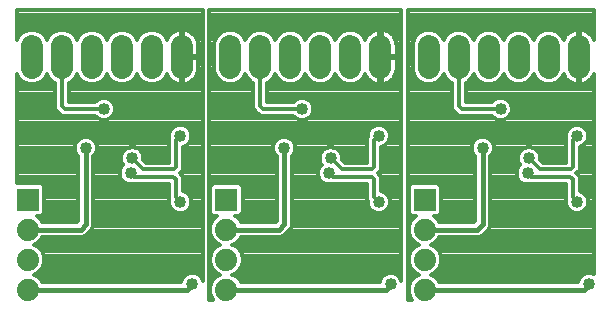
<source format=gbl>
G75*
%MOIN*%
%OFA0B0*%
%FSLAX24Y24*%
%IPPOS*%
%LPD*%
%AMOC8*
5,1,8,0,0,1.08239X$1,22.5*
%
%ADD10C,0.0740*%
%ADD11R,0.0740X0.0740*%
%ADD12C,0.0740*%
%ADD13C,0.0140*%
%ADD14C,0.0400*%
%ADD15C,0.0160*%
%ADD16C,0.0120*%
D10*
X000905Y008538D02*
X000905Y009278D01*
X001905Y009278D02*
X001905Y008538D01*
X002905Y008538D02*
X002905Y009278D01*
X003905Y009278D02*
X003905Y008538D01*
X004905Y008538D02*
X004905Y009278D01*
X005905Y009278D02*
X005905Y008538D01*
X007520Y008538D02*
X007520Y009278D01*
X008520Y009278D02*
X008520Y008538D01*
X009520Y008538D02*
X009520Y009278D01*
X010520Y009278D02*
X010520Y008538D01*
X011520Y008538D02*
X011520Y009278D01*
X012520Y009278D02*
X012520Y008538D01*
X014134Y008538D02*
X014134Y009278D01*
X015134Y009278D02*
X015134Y008538D01*
X016134Y008538D02*
X016134Y009278D01*
X017134Y009278D02*
X017134Y008538D01*
X018134Y008538D02*
X018134Y009278D01*
X019134Y009278D02*
X019134Y008538D01*
D11*
X014003Y004154D03*
X007389Y004154D03*
X000774Y004154D03*
D12*
X000774Y001154D03*
X000774Y002154D03*
X000774Y003154D03*
X007389Y003154D03*
X007389Y002154D03*
X007389Y001154D03*
X014003Y001154D03*
X014003Y002154D03*
X014003Y003154D03*
D13*
X013463Y003121D02*
X013432Y003121D01*
X013463Y003046D02*
X013545Y002848D01*
X013697Y002696D01*
X013799Y002654D01*
X013697Y002611D01*
X013545Y002459D01*
X013463Y002261D01*
X013463Y002046D01*
X013545Y001848D01*
X013697Y001696D01*
X013799Y001654D01*
X013697Y001611D01*
X013545Y001459D01*
X013463Y001261D01*
X013463Y001046D01*
X013545Y000848D01*
X013570Y000823D01*
X013432Y000823D01*
X013432Y010483D01*
X019637Y010483D01*
X019637Y009477D01*
X019634Y009485D01*
X019596Y009561D01*
X019546Y009630D01*
X019486Y009690D01*
X019417Y009740D01*
X019341Y009778D01*
X019260Y009805D01*
X019176Y009818D01*
X019174Y009818D01*
X019174Y008948D01*
X019094Y008948D01*
X019094Y009818D01*
X019091Y009818D01*
X019007Y009805D01*
X018927Y009778D01*
X018851Y009740D01*
X018782Y009690D01*
X018722Y009630D01*
X018545Y009630D01*
X018592Y009584D02*
X018440Y009736D01*
X018241Y009818D01*
X018026Y009818D01*
X017828Y009736D01*
X017676Y009584D01*
X017634Y009482D01*
X017592Y009584D01*
X017440Y009736D01*
X017241Y009818D01*
X017026Y009818D01*
X016828Y009736D01*
X016676Y009584D01*
X016634Y009482D01*
X016592Y009584D01*
X016440Y009736D01*
X016241Y009818D01*
X016026Y009818D01*
X015828Y009736D01*
X015676Y009584D01*
X015634Y009482D01*
X015592Y009584D01*
X015440Y009736D01*
X015241Y009818D01*
X015026Y009818D01*
X014828Y009736D01*
X014676Y009584D01*
X014634Y009482D01*
X014592Y009584D01*
X014440Y009736D01*
X014241Y009818D01*
X014026Y009818D01*
X013828Y009736D01*
X013676Y009584D01*
X013594Y009385D01*
X013594Y008430D01*
X013676Y008232D01*
X013828Y008080D01*
X014026Y007998D01*
X014241Y007998D01*
X014440Y008080D01*
X014592Y008232D01*
X014634Y008334D01*
X014676Y008232D01*
X014828Y008080D01*
X014902Y008049D01*
X014902Y007182D01*
X015037Y007048D01*
X015137Y006948D01*
X016239Y006948D01*
X016322Y006864D01*
X016458Y006808D01*
X016605Y006808D01*
X016741Y006864D01*
X016846Y006968D01*
X016902Y007104D01*
X016902Y007251D01*
X016846Y007387D01*
X016741Y007491D01*
X016605Y007548D01*
X016458Y007548D01*
X016322Y007491D01*
X016239Y007408D01*
X015362Y007408D01*
X015362Y008048D01*
X015440Y008080D01*
X015592Y008232D01*
X015634Y008334D01*
X015676Y008232D01*
X015828Y008080D01*
X016026Y007998D01*
X016241Y007998D01*
X016440Y008080D01*
X016592Y008232D01*
X016634Y008334D01*
X016676Y008232D01*
X016828Y008080D01*
X017026Y007998D01*
X017241Y007998D01*
X017440Y008080D01*
X017592Y008232D01*
X017634Y008334D01*
X017676Y008232D01*
X017828Y008080D01*
X018026Y007998D01*
X018241Y007998D01*
X018440Y008080D01*
X018592Y008232D01*
X018633Y008332D01*
X018633Y008331D01*
X018672Y008255D01*
X018722Y008186D01*
X018782Y008126D01*
X018851Y008076D01*
X018927Y008037D01*
X019007Y008011D01*
X019091Y007998D01*
X019094Y007998D01*
X019094Y008868D01*
X019174Y008868D01*
X019174Y007998D01*
X019176Y007998D01*
X019260Y008011D01*
X019341Y008037D01*
X019417Y008076D01*
X019486Y008126D01*
X019546Y008186D01*
X019596Y008255D01*
X019634Y008331D01*
X019637Y008339D01*
X019637Y001664D01*
X019555Y001698D01*
X019408Y001698D01*
X019272Y001641D01*
X019168Y001537D01*
X019113Y001404D01*
X014484Y001404D01*
X014460Y001459D01*
X014309Y001611D01*
X014207Y001654D01*
X014309Y001696D01*
X014460Y001848D01*
X014543Y002046D01*
X014543Y002261D01*
X014460Y002459D01*
X014309Y002611D01*
X014207Y002654D01*
X014309Y002696D01*
X014460Y002848D01*
X014484Y002904D01*
X015808Y002904D01*
X015899Y002942D01*
X016073Y003116D01*
X016144Y003186D01*
X016182Y003278D01*
X016182Y005604D01*
X016246Y005668D01*
X016302Y005804D01*
X016302Y005951D01*
X016246Y006087D01*
X016141Y006191D01*
X016005Y006248D01*
X015858Y006248D01*
X015722Y006191D01*
X015618Y006087D01*
X015562Y005951D01*
X015562Y005804D01*
X015618Y005668D01*
X015682Y005604D01*
X015682Y003431D01*
X015654Y003404D01*
X014484Y003404D01*
X014460Y003459D01*
X014309Y003611D01*
X014303Y003614D01*
X014443Y003614D01*
X014543Y003713D01*
X014543Y004594D01*
X014443Y004694D01*
X013562Y004694D01*
X013463Y004594D01*
X013463Y003713D01*
X013562Y003614D01*
X013702Y003614D01*
X013697Y003611D01*
X013545Y003459D01*
X013463Y003261D01*
X013463Y003046D01*
X013489Y002982D02*
X013432Y002982D01*
X013432Y002844D02*
X013549Y002844D01*
X013432Y002705D02*
X013688Y002705D01*
X013652Y002567D02*
X013432Y002567D01*
X013432Y002428D02*
X013532Y002428D01*
X013475Y002290D02*
X013432Y002290D01*
X013218Y002290D02*
X007917Y002290D01*
X007929Y002261D02*
X007846Y002459D01*
X007694Y002611D01*
X007593Y002654D01*
X007694Y002696D01*
X007846Y002848D01*
X007869Y002904D01*
X009193Y002904D01*
X009285Y002942D01*
X009459Y003116D01*
X009530Y003186D01*
X009568Y003278D01*
X009568Y005604D01*
X009631Y005668D01*
X009688Y005804D01*
X009688Y005951D01*
X009631Y006087D01*
X009527Y006191D01*
X009391Y006248D01*
X009244Y006248D01*
X009108Y006191D01*
X009004Y006087D01*
X008948Y005951D01*
X008948Y005804D01*
X009004Y005668D01*
X009068Y005604D01*
X009068Y003431D01*
X009040Y003404D01*
X007869Y003404D01*
X007846Y003459D01*
X007694Y003611D01*
X007689Y003614D01*
X007829Y003614D01*
X007929Y003713D01*
X007929Y004594D01*
X007829Y004694D01*
X006948Y004694D01*
X006849Y004594D01*
X006849Y003713D01*
X006948Y003614D01*
X007088Y003614D01*
X007083Y003611D01*
X006931Y003459D01*
X006849Y003261D01*
X006849Y003046D01*
X006931Y002848D01*
X007083Y002696D01*
X007185Y002654D01*
X007083Y002611D01*
X006931Y002459D01*
X006849Y002261D01*
X006849Y002046D01*
X006931Y001848D01*
X007083Y001696D01*
X007185Y001654D01*
X007083Y001611D01*
X006931Y001459D01*
X006849Y001261D01*
X006849Y001046D01*
X006931Y000848D01*
X006956Y000823D01*
X006818Y000823D01*
X006818Y010483D01*
X013218Y010483D01*
X013218Y001449D01*
X013181Y001537D01*
X013077Y001641D01*
X012941Y001698D01*
X012794Y001698D01*
X012658Y001641D01*
X012554Y001537D01*
X012499Y001404D01*
X007869Y001404D01*
X007846Y001459D01*
X007694Y001611D01*
X007593Y001654D01*
X007694Y001696D01*
X007846Y001848D01*
X007929Y002046D01*
X007929Y002261D01*
X007929Y002151D02*
X013218Y002151D01*
X013218Y002013D02*
X007915Y002013D01*
X007857Y001874D02*
X013218Y001874D01*
X013432Y001874D02*
X013534Y001874D01*
X013477Y002013D02*
X013432Y002013D01*
X013432Y002151D02*
X013463Y002151D01*
X013218Y002428D02*
X007859Y002428D01*
X007739Y002567D02*
X013218Y002567D01*
X013218Y002705D02*
X007704Y002705D01*
X007842Y002844D02*
X013218Y002844D01*
X013218Y002982D02*
X009326Y002982D01*
X009464Y003121D02*
X013218Y003121D01*
X013218Y003259D02*
X009560Y003259D01*
X009568Y003398D02*
X013218Y003398D01*
X013218Y003536D02*
X009568Y003536D01*
X009568Y003675D02*
X013218Y003675D01*
X013432Y003675D02*
X013501Y003675D01*
X013432Y003536D02*
X013622Y003536D01*
X013519Y003398D02*
X013432Y003398D01*
X013432Y003259D02*
X013463Y003259D01*
X012781Y003868D02*
X012677Y003764D01*
X012541Y003708D01*
X012394Y003708D01*
X012258Y003764D01*
X012154Y003868D01*
X012098Y004004D01*
X012098Y004122D01*
X012088Y004132D01*
X012088Y004676D01*
X010935Y004676D01*
X010891Y004658D01*
X010744Y004658D01*
X010608Y004714D01*
X010504Y004818D01*
X010448Y004954D01*
X010448Y005101D01*
X010504Y005237D01*
X010569Y005303D01*
X010554Y005318D01*
X010498Y005454D01*
X010498Y005601D01*
X010554Y005737D01*
X010658Y005841D01*
X010794Y005898D01*
X010941Y005898D01*
X011077Y005841D01*
X011181Y005737D01*
X011238Y005601D01*
X011238Y005483D01*
X011329Y005391D01*
X012088Y005391D01*
X012088Y006223D01*
X012098Y006233D01*
X012098Y006351D01*
X012154Y006487D01*
X012258Y006591D01*
X012394Y006648D01*
X012541Y006648D01*
X012677Y006591D01*
X012781Y006487D01*
X012838Y006351D01*
X012838Y006204D01*
X012781Y006068D01*
X012677Y005964D01*
X012548Y005910D01*
X012548Y005132D01*
X012482Y005066D01*
X012443Y005028D01*
X012548Y004923D01*
X012548Y004445D01*
X012677Y004391D01*
X012781Y004287D01*
X012838Y004151D01*
X012838Y004004D01*
X012781Y003868D01*
X012726Y003813D02*
X013218Y003813D01*
X013218Y003952D02*
X012816Y003952D01*
X012838Y004090D02*
X013218Y004090D01*
X013218Y004229D02*
X012806Y004229D01*
X012701Y004367D02*
X013218Y004367D01*
X013218Y004506D02*
X012548Y004506D01*
X012548Y004644D02*
X013218Y004644D01*
X013432Y004644D02*
X013513Y004644D01*
X013463Y004506D02*
X013432Y004506D01*
X013432Y004367D02*
X013463Y004367D01*
X013463Y004229D02*
X013432Y004229D01*
X013432Y004090D02*
X013463Y004090D01*
X013463Y003952D02*
X013432Y003952D01*
X013432Y003813D02*
X013463Y003813D01*
X014384Y003536D02*
X015682Y003536D01*
X015682Y003675D02*
X014504Y003675D01*
X014543Y003813D02*
X015682Y003813D01*
X015682Y003952D02*
X014543Y003952D01*
X014543Y004090D02*
X015682Y004090D01*
X015682Y004229D02*
X014543Y004229D01*
X014543Y004367D02*
X015682Y004367D01*
X015682Y004506D02*
X014543Y004506D01*
X014493Y004644D02*
X015682Y004644D01*
X015682Y004783D02*
X013432Y004783D01*
X013432Y004921D02*
X015682Y004921D01*
X015682Y005060D02*
X013432Y005060D01*
X013432Y005198D02*
X015682Y005198D01*
X015682Y005337D02*
X013432Y005337D01*
X013432Y005475D02*
X015682Y005475D01*
X015673Y005614D02*
X013432Y005614D01*
X013218Y005614D02*
X012548Y005614D01*
X012548Y005475D02*
X013218Y005475D01*
X013218Y005337D02*
X012548Y005337D01*
X012548Y005198D02*
X013218Y005198D01*
X013218Y005060D02*
X012475Y005060D01*
X012548Y004921D02*
X013218Y004921D01*
X013218Y004783D02*
X012548Y004783D01*
X012088Y004644D02*
X009568Y004644D01*
X009568Y004506D02*
X012088Y004506D01*
X012088Y004367D02*
X009568Y004367D01*
X009568Y004229D02*
X012088Y004229D01*
X012098Y004090D02*
X009568Y004090D01*
X009568Y003952D02*
X012119Y003952D01*
X012209Y003813D02*
X009568Y003813D01*
X009068Y003813D02*
X007929Y003813D01*
X007929Y003952D02*
X009068Y003952D01*
X009068Y004090D02*
X007929Y004090D01*
X007929Y004229D02*
X009068Y004229D01*
X009068Y004367D02*
X007929Y004367D01*
X007929Y004506D02*
X009068Y004506D01*
X009068Y004644D02*
X007878Y004644D01*
X006899Y004644D02*
X006818Y004644D01*
X006818Y004506D02*
X006849Y004506D01*
X006849Y004367D02*
X006818Y004367D01*
X006603Y004367D02*
X006087Y004367D01*
X006063Y004391D02*
X005933Y004445D01*
X005933Y004923D01*
X005829Y005028D01*
X005867Y005066D01*
X005933Y005132D01*
X005933Y005910D01*
X006063Y005964D01*
X006167Y006068D01*
X006223Y006204D01*
X006223Y006351D01*
X006167Y006487D01*
X006063Y006591D01*
X005927Y006648D01*
X005780Y006648D01*
X005644Y006591D01*
X005540Y006487D01*
X005483Y006351D01*
X005483Y006233D01*
X005473Y006223D01*
X005473Y005391D01*
X004715Y005391D01*
X004623Y005483D01*
X004623Y005601D01*
X004567Y005737D01*
X004463Y005841D01*
X004327Y005898D01*
X004180Y005898D01*
X004044Y005841D01*
X003940Y005737D01*
X003883Y005601D01*
X003883Y005454D01*
X003940Y005318D01*
X003955Y005303D01*
X003890Y005237D01*
X003833Y005101D01*
X003833Y004954D01*
X003890Y004818D01*
X003994Y004714D01*
X004130Y004658D01*
X004277Y004658D01*
X004320Y004676D01*
X005473Y004676D01*
X005473Y004132D01*
X005483Y004122D01*
X005483Y004004D01*
X005540Y003868D01*
X005644Y003764D01*
X005780Y003708D01*
X005927Y003708D01*
X006063Y003764D01*
X006167Y003868D01*
X006223Y004004D01*
X006223Y004151D01*
X006167Y004287D01*
X006063Y004391D01*
X005933Y004506D02*
X006603Y004506D01*
X006603Y004644D02*
X005933Y004644D01*
X005933Y004783D02*
X006603Y004783D01*
X006603Y004921D02*
X005933Y004921D01*
X005861Y005060D02*
X006603Y005060D01*
X006603Y005198D02*
X005933Y005198D01*
X005933Y005337D02*
X006603Y005337D01*
X006603Y005475D02*
X005933Y005475D01*
X005933Y005614D02*
X006603Y005614D01*
X006818Y005614D02*
X009058Y005614D01*
X009068Y005475D02*
X006818Y005475D01*
X006818Y005337D02*
X009068Y005337D01*
X009068Y005198D02*
X006818Y005198D01*
X006818Y005060D02*
X009068Y005060D01*
X009068Y004921D02*
X006818Y004921D01*
X006818Y004783D02*
X009068Y004783D01*
X009568Y004783D02*
X010539Y004783D01*
X010461Y004921D02*
X009568Y004921D01*
X009568Y005060D02*
X010448Y005060D01*
X010488Y005198D02*
X009568Y005198D01*
X009568Y005337D02*
X010546Y005337D01*
X010498Y005475D02*
X009568Y005475D01*
X009577Y005614D02*
X010503Y005614D01*
X010569Y005752D02*
X009666Y005752D01*
X009688Y005891D02*
X010777Y005891D01*
X010958Y005891D02*
X012088Y005891D01*
X012088Y006029D02*
X009655Y006029D01*
X009551Y006168D02*
X012088Y006168D01*
X012098Y006306D02*
X006818Y006306D01*
X006818Y006445D02*
X012136Y006445D01*
X012250Y006583D02*
X006818Y006583D01*
X006818Y006722D02*
X013218Y006722D01*
X013218Y006583D02*
X012685Y006583D01*
X012799Y006445D02*
X013218Y006445D01*
X013218Y006306D02*
X012838Y006306D01*
X012823Y006168D02*
X013218Y006168D01*
X013218Y006029D02*
X012742Y006029D01*
X012548Y005891D02*
X013218Y005891D01*
X013218Y005752D02*
X012548Y005752D01*
X012088Y005752D02*
X011166Y005752D01*
X011233Y005614D02*
X012088Y005614D01*
X012088Y005475D02*
X011245Y005475D01*
X009084Y006168D02*
X006818Y006168D01*
X006818Y006029D02*
X008980Y006029D01*
X008948Y005891D02*
X006818Y005891D01*
X006818Y005752D02*
X008969Y005752D01*
X009708Y006864D02*
X009844Y006808D01*
X009991Y006808D01*
X010127Y006864D01*
X010231Y006968D01*
X010288Y007104D01*
X010288Y007251D01*
X010231Y007387D01*
X010127Y007491D01*
X009991Y007548D01*
X009844Y007548D01*
X009708Y007491D01*
X009624Y007408D01*
X008748Y007408D01*
X008748Y008048D01*
X008826Y008080D01*
X008977Y008232D01*
X009020Y008334D01*
X009062Y008232D01*
X009214Y008080D01*
X009412Y007998D01*
X009627Y007998D01*
X009826Y008080D01*
X009977Y008232D01*
X010020Y008334D01*
X010062Y008232D01*
X010214Y008080D01*
X010412Y007998D01*
X010627Y007998D01*
X010826Y008080D01*
X010977Y008232D01*
X011020Y008334D01*
X011062Y008232D01*
X011214Y008080D01*
X011412Y007998D01*
X011627Y007998D01*
X011826Y008080D01*
X011977Y008232D01*
X012019Y008332D01*
X012019Y008331D01*
X012058Y008255D01*
X012108Y008186D01*
X012168Y008126D01*
X012237Y008076D01*
X012312Y008037D01*
X012393Y008011D01*
X012477Y007998D01*
X012480Y007998D01*
X012480Y008868D01*
X012560Y008868D01*
X012560Y008948D01*
X013060Y008948D01*
X013060Y009320D01*
X013046Y009404D01*
X013020Y009485D01*
X012981Y009561D01*
X012932Y009630D01*
X012871Y009690D01*
X012803Y009740D01*
X012727Y009778D01*
X012646Y009805D01*
X012562Y009818D01*
X012560Y009818D01*
X012560Y008948D01*
X012480Y008948D01*
X012480Y009818D01*
X012477Y009818D01*
X012393Y009805D01*
X012312Y009778D01*
X012237Y009740D01*
X012168Y009690D01*
X012108Y009630D01*
X011931Y009630D01*
X011977Y009584D02*
X011826Y009736D01*
X011627Y009818D01*
X011412Y009818D01*
X011214Y009736D01*
X011062Y009584D01*
X011020Y009482D01*
X010977Y009584D01*
X010826Y009736D01*
X010627Y009818D01*
X010412Y009818D01*
X010214Y009736D01*
X010062Y009584D01*
X010020Y009482D01*
X009977Y009584D01*
X009826Y009736D01*
X009627Y009818D01*
X009412Y009818D01*
X009214Y009736D01*
X009062Y009584D01*
X009020Y009482D01*
X008977Y009584D01*
X008826Y009736D01*
X008627Y009818D01*
X008412Y009818D01*
X008214Y009736D01*
X008062Y009584D01*
X008020Y009482D01*
X007977Y009584D01*
X007826Y009736D01*
X007627Y009818D01*
X007412Y009818D01*
X007214Y009736D01*
X007062Y009584D01*
X006980Y009385D01*
X006980Y008430D01*
X007062Y008232D01*
X007214Y008080D01*
X007412Y007998D01*
X007627Y007998D01*
X007826Y008080D01*
X007977Y008232D01*
X008020Y008334D01*
X008062Y008232D01*
X008214Y008080D01*
X008288Y008049D01*
X008288Y007182D01*
X008422Y007048D01*
X008522Y006948D01*
X009624Y006948D01*
X009708Y006864D01*
X009717Y006860D02*
X006818Y006860D01*
X006818Y006999D02*
X008471Y006999D01*
X008333Y007137D02*
X006818Y007137D01*
X006603Y007137D02*
X003673Y007137D01*
X003673Y007104D02*
X003617Y006968D01*
X003513Y006864D01*
X003377Y006808D01*
X003230Y006808D01*
X003094Y006864D01*
X003010Y006948D01*
X001908Y006948D01*
X001808Y007048D01*
X001673Y007182D01*
X001673Y008049D01*
X001600Y008080D01*
X001448Y008232D01*
X001405Y008334D01*
X001363Y008232D01*
X001211Y008080D01*
X001013Y007998D01*
X000798Y007998D01*
X000600Y008080D01*
X000448Y008232D01*
X000398Y008351D01*
X000398Y004694D01*
X001215Y004694D01*
X001314Y004594D01*
X001314Y003713D01*
X001215Y003614D01*
X001075Y003614D01*
X001080Y003611D01*
X001232Y003459D01*
X001255Y003404D01*
X002426Y003404D01*
X002453Y003431D01*
X002453Y005604D01*
X002390Y005668D01*
X002333Y005804D01*
X002333Y005951D01*
X002390Y006087D01*
X002494Y006191D01*
X002630Y006248D01*
X002777Y006248D01*
X002913Y006191D01*
X003017Y006087D01*
X003073Y005951D01*
X003073Y005804D01*
X003017Y005668D01*
X002953Y005604D01*
X002953Y003278D01*
X002915Y003186D01*
X002845Y003116D01*
X002671Y002942D01*
X002579Y002904D01*
X001255Y002904D01*
X001232Y002848D01*
X001080Y002696D01*
X000978Y002654D01*
X001080Y002611D01*
X001232Y002459D01*
X001314Y002261D01*
X001314Y002046D01*
X001232Y001848D01*
X001080Y001696D01*
X000978Y001654D01*
X001080Y001611D01*
X001232Y001459D01*
X001255Y001404D01*
X005884Y001404D01*
X005940Y001537D01*
X006044Y001641D01*
X006180Y001698D01*
X006327Y001698D01*
X006463Y001641D01*
X006567Y001537D01*
X006603Y001449D01*
X006603Y010483D01*
X000398Y010483D01*
X000398Y009465D01*
X000448Y009584D01*
X000600Y009736D01*
X000798Y009818D01*
X001013Y009818D01*
X001211Y009736D01*
X001363Y009584D01*
X001405Y009482D01*
X001448Y009584D01*
X001600Y009736D01*
X001798Y009818D01*
X002013Y009818D01*
X002211Y009736D01*
X002363Y009584D01*
X002405Y009482D01*
X002448Y009584D01*
X002600Y009736D01*
X002798Y009818D01*
X003013Y009818D01*
X003211Y009736D01*
X003363Y009584D01*
X003405Y009482D01*
X003448Y009584D01*
X003600Y009736D01*
X003798Y009818D01*
X004013Y009818D01*
X004211Y009736D01*
X004363Y009584D01*
X004405Y009482D01*
X004448Y009584D01*
X004600Y009736D01*
X004798Y009818D01*
X005013Y009818D01*
X005211Y009736D01*
X005363Y009584D01*
X005405Y009484D01*
X005405Y009485D01*
X005444Y009561D01*
X005494Y009630D01*
X005317Y009630D01*
X005401Y009492D02*
X005408Y009492D01*
X005494Y009630D02*
X005554Y009690D01*
X005622Y009740D01*
X005698Y009778D01*
X005779Y009805D01*
X005863Y009818D01*
X005865Y009818D01*
X005865Y008948D01*
X005945Y008948D01*
X005945Y009818D01*
X005948Y009818D01*
X006032Y009805D01*
X006113Y009778D01*
X006188Y009740D01*
X006257Y009690D01*
X006317Y009630D01*
X006603Y009630D01*
X006603Y009492D02*
X006403Y009492D01*
X006406Y009485D02*
X006367Y009561D01*
X006317Y009630D01*
X006406Y009485D02*
X006432Y009404D01*
X006445Y009320D01*
X006445Y008948D01*
X005945Y008948D01*
X005945Y008868D01*
X005945Y007998D01*
X005948Y007998D01*
X006032Y008011D01*
X006113Y008037D01*
X006188Y008076D01*
X006257Y008126D01*
X006317Y008186D01*
X006367Y008255D01*
X006406Y008331D01*
X006432Y008411D01*
X006445Y008495D01*
X006445Y008868D01*
X005945Y008868D01*
X005865Y008868D01*
X005865Y007998D01*
X005863Y007998D01*
X005779Y008011D01*
X005698Y008037D01*
X005622Y008076D01*
X005554Y008126D01*
X005494Y008186D01*
X005444Y008255D01*
X005405Y008331D01*
X005405Y008332D01*
X005363Y008232D01*
X005211Y008080D01*
X005013Y007998D01*
X004798Y007998D01*
X004600Y008080D01*
X004448Y008232D01*
X004405Y008334D01*
X004363Y008232D01*
X004211Y008080D01*
X004013Y007998D01*
X003798Y007998D01*
X003600Y008080D01*
X003448Y008232D01*
X003405Y008334D01*
X003363Y008232D01*
X003211Y008080D01*
X003013Y007998D01*
X002798Y007998D01*
X002600Y008080D01*
X002448Y008232D01*
X002405Y008334D01*
X002363Y008232D01*
X002211Y008080D01*
X002133Y008048D01*
X002133Y007408D01*
X003010Y007408D01*
X003094Y007491D01*
X003230Y007548D01*
X003377Y007548D01*
X003513Y007491D01*
X003617Y007387D01*
X003673Y007251D01*
X003673Y007104D01*
X003630Y006999D02*
X006603Y006999D01*
X006603Y006860D02*
X003504Y006860D01*
X003103Y006860D02*
X000398Y006860D01*
X000398Y006999D02*
X001857Y006999D01*
X001719Y007137D02*
X000398Y007137D01*
X000398Y007276D02*
X001673Y007276D01*
X001673Y007414D02*
X000398Y007414D01*
X000398Y007553D02*
X001673Y007553D01*
X001673Y007691D02*
X000398Y007691D01*
X000398Y007830D02*
X001673Y007830D01*
X001673Y007968D02*
X000398Y007968D01*
X000398Y008107D02*
X000573Y008107D01*
X000442Y008245D02*
X000398Y008245D01*
X001238Y008107D02*
X001573Y008107D01*
X001442Y008245D02*
X001369Y008245D01*
X002133Y007968D02*
X006603Y007968D01*
X006603Y007830D02*
X002133Y007830D01*
X002133Y007691D02*
X006603Y007691D01*
X006603Y007553D02*
X002133Y007553D01*
X002133Y007414D02*
X003017Y007414D01*
X003590Y007414D02*
X006603Y007414D01*
X006603Y007276D02*
X003663Y007276D01*
X003573Y008107D02*
X003238Y008107D01*
X003369Y008245D02*
X003442Y008245D01*
X004238Y008107D02*
X004573Y008107D01*
X004442Y008245D02*
X004369Y008245D01*
X005238Y008107D02*
X005580Y008107D01*
X005451Y008245D02*
X005369Y008245D01*
X005865Y008245D02*
X005945Y008245D01*
X005945Y008384D02*
X005865Y008384D01*
X005865Y008522D02*
X005945Y008522D01*
X005945Y008661D02*
X005865Y008661D01*
X005865Y008799D02*
X005945Y008799D01*
X005945Y008938D02*
X006603Y008938D01*
X006603Y009076D02*
X006445Y009076D01*
X006445Y009215D02*
X006603Y009215D01*
X006818Y009215D02*
X006980Y009215D01*
X006980Y009076D02*
X006818Y009076D01*
X006818Y008938D02*
X006980Y008938D01*
X006980Y008799D02*
X006818Y008799D01*
X006603Y008799D02*
X006445Y008799D01*
X006445Y008661D02*
X006603Y008661D01*
X006603Y008522D02*
X006445Y008522D01*
X006423Y008384D02*
X006603Y008384D01*
X006603Y008245D02*
X006360Y008245D01*
X006231Y008107D02*
X006603Y008107D01*
X006818Y008107D02*
X007187Y008107D01*
X007056Y008245D02*
X006818Y008245D01*
X006818Y008384D02*
X006999Y008384D01*
X006980Y008522D02*
X006818Y008522D01*
X006818Y008661D02*
X006980Y008661D01*
X007852Y008107D02*
X008187Y008107D01*
X008288Y007968D02*
X006818Y007968D01*
X006818Y007830D02*
X008288Y007830D01*
X008288Y007691D02*
X006818Y007691D01*
X006818Y007553D02*
X008288Y007553D01*
X008288Y007414D02*
X006818Y007414D01*
X006818Y007276D02*
X008288Y007276D01*
X008748Y007414D02*
X009631Y007414D01*
X010204Y007414D02*
X013218Y007414D01*
X013218Y007276D02*
X010278Y007276D01*
X010288Y007137D02*
X013218Y007137D01*
X013218Y006999D02*
X010244Y006999D01*
X010118Y006860D02*
X013218Y006860D01*
X013432Y006860D02*
X016331Y006860D01*
X016732Y006860D02*
X019637Y006860D01*
X019637Y006999D02*
X016858Y006999D01*
X016902Y007137D02*
X019637Y007137D01*
X019637Y007276D02*
X016892Y007276D01*
X016819Y007414D02*
X019637Y007414D01*
X019637Y007553D02*
X015362Y007553D01*
X015362Y007691D02*
X019637Y007691D01*
X019637Y007830D02*
X015362Y007830D01*
X015362Y007968D02*
X019637Y007968D01*
X019637Y008107D02*
X019459Y008107D01*
X019174Y008107D02*
X019094Y008107D01*
X019094Y008245D02*
X019174Y008245D01*
X019174Y008384D02*
X019094Y008384D01*
X019094Y008522D02*
X019174Y008522D01*
X019174Y008661D02*
X019094Y008661D01*
X019094Y008799D02*
X019174Y008799D01*
X019174Y009076D02*
X019094Y009076D01*
X019094Y009215D02*
X019174Y009215D01*
X019174Y009353D02*
X019094Y009353D01*
X019094Y009492D02*
X019174Y009492D01*
X019174Y009630D02*
X019094Y009630D01*
X019094Y009769D02*
X019174Y009769D01*
X019360Y009769D02*
X019637Y009769D01*
X019637Y009907D02*
X013432Y009907D01*
X013432Y009769D02*
X013907Y009769D01*
X013722Y009630D02*
X013432Y009630D01*
X013432Y009492D02*
X013638Y009492D01*
X013594Y009353D02*
X013432Y009353D01*
X013218Y009353D02*
X013054Y009353D01*
X013017Y009492D02*
X013218Y009492D01*
X013218Y009630D02*
X012931Y009630D01*
X012746Y009769D02*
X013218Y009769D01*
X013218Y009907D02*
X006818Y009907D01*
X006818Y009769D02*
X007293Y009769D01*
X007108Y009630D02*
X006818Y009630D01*
X006818Y009492D02*
X007024Y009492D01*
X006980Y009353D02*
X006818Y009353D01*
X006603Y009353D02*
X006440Y009353D01*
X005945Y009353D02*
X005865Y009353D01*
X005865Y009492D02*
X005945Y009492D01*
X005945Y009630D02*
X005865Y009630D01*
X005865Y009769D02*
X005945Y009769D01*
X006132Y009769D02*
X006603Y009769D01*
X006603Y009907D02*
X000398Y009907D01*
X000398Y009769D02*
X000679Y009769D01*
X000494Y009630D02*
X000398Y009630D01*
X000398Y009492D02*
X000409Y009492D01*
X001132Y009769D02*
X001679Y009769D01*
X001494Y009630D02*
X001317Y009630D01*
X001401Y009492D02*
X001409Y009492D01*
X002132Y009769D02*
X002679Y009769D01*
X002494Y009630D02*
X002317Y009630D01*
X002401Y009492D02*
X002409Y009492D01*
X003132Y009769D02*
X003679Y009769D01*
X003494Y009630D02*
X003317Y009630D01*
X003401Y009492D02*
X003409Y009492D01*
X004132Y009769D02*
X004679Y009769D01*
X004494Y009630D02*
X004317Y009630D01*
X004401Y009492D02*
X004409Y009492D01*
X005132Y009769D02*
X005679Y009769D01*
X006603Y010046D02*
X000398Y010046D01*
X000398Y010184D02*
X006603Y010184D01*
X006818Y010184D02*
X013218Y010184D01*
X013218Y010046D02*
X006818Y010046D01*
X006818Y010323D02*
X013218Y010323D01*
X013218Y010461D02*
X006818Y010461D01*
X006603Y010461D02*
X000398Y010461D01*
X000398Y010323D02*
X006603Y010323D01*
X007746Y009769D02*
X008293Y009769D01*
X008108Y009630D02*
X007931Y009630D01*
X008016Y009492D02*
X008024Y009492D01*
X008746Y009769D02*
X009293Y009769D01*
X009108Y009630D02*
X008931Y009630D01*
X009016Y009492D02*
X009024Y009492D01*
X009746Y009769D02*
X010293Y009769D01*
X010108Y009630D02*
X009931Y009630D01*
X010016Y009492D02*
X010024Y009492D01*
X010746Y009769D02*
X011293Y009769D01*
X011108Y009630D02*
X010931Y009630D01*
X011016Y009492D02*
X011024Y009492D01*
X011746Y009769D02*
X012293Y009769D01*
X012480Y009769D02*
X012560Y009769D01*
X012560Y009630D02*
X012480Y009630D01*
X012480Y009492D02*
X012560Y009492D01*
X012560Y009353D02*
X012480Y009353D01*
X012480Y009215D02*
X012560Y009215D01*
X012560Y009076D02*
X012480Y009076D01*
X012560Y008938D02*
X013218Y008938D01*
X013218Y009076D02*
X013060Y009076D01*
X013060Y009215D02*
X013218Y009215D01*
X013432Y009215D02*
X013594Y009215D01*
X013594Y009076D02*
X013432Y009076D01*
X013432Y008938D02*
X013594Y008938D01*
X013594Y008799D02*
X013432Y008799D01*
X013218Y008799D02*
X013060Y008799D01*
X013060Y008868D02*
X012560Y008868D01*
X012560Y007998D01*
X012562Y007998D01*
X012646Y008011D01*
X012727Y008037D01*
X012803Y008076D01*
X012871Y008126D01*
X012932Y008186D01*
X012981Y008255D01*
X013020Y008331D01*
X013046Y008411D01*
X013060Y008495D01*
X013060Y008868D01*
X013060Y008661D02*
X013218Y008661D01*
X013218Y008522D02*
X013060Y008522D01*
X013037Y008384D02*
X013218Y008384D01*
X013218Y008245D02*
X012974Y008245D01*
X012845Y008107D02*
X013218Y008107D01*
X013218Y007968D02*
X008748Y007968D01*
X008748Y007830D02*
X013218Y007830D01*
X013432Y007830D02*
X014902Y007830D01*
X014902Y007968D02*
X013432Y007968D01*
X013432Y008107D02*
X013801Y008107D01*
X013671Y008245D02*
X013432Y008245D01*
X013432Y008384D02*
X013613Y008384D01*
X013594Y008522D02*
X013432Y008522D01*
X013432Y008661D02*
X013594Y008661D01*
X014466Y008107D02*
X014801Y008107D01*
X014671Y008245D02*
X014597Y008245D01*
X015466Y008107D02*
X015801Y008107D01*
X015671Y008245D02*
X015597Y008245D01*
X016466Y008107D02*
X016801Y008107D01*
X016671Y008245D02*
X016597Y008245D01*
X017466Y008107D02*
X017801Y008107D01*
X017671Y008245D02*
X017597Y008245D01*
X018466Y008107D02*
X018809Y008107D01*
X018679Y008245D02*
X018597Y008245D01*
X019589Y008245D02*
X019637Y008245D01*
X019631Y009492D02*
X019637Y009492D01*
X019637Y009630D02*
X019545Y009630D01*
X018907Y009769D02*
X018360Y009769D01*
X018592Y009584D02*
X018633Y009484D01*
X018633Y009485D01*
X018672Y009561D01*
X018722Y009630D01*
X018637Y009492D02*
X018630Y009492D01*
X017907Y009769D02*
X017360Y009769D01*
X017545Y009630D02*
X017722Y009630D01*
X017638Y009492D02*
X017630Y009492D01*
X016907Y009769D02*
X016360Y009769D01*
X016545Y009630D02*
X016722Y009630D01*
X016638Y009492D02*
X016630Y009492D01*
X015907Y009769D02*
X015360Y009769D01*
X015545Y009630D02*
X015722Y009630D01*
X015638Y009492D02*
X015630Y009492D01*
X014907Y009769D02*
X014360Y009769D01*
X014545Y009630D02*
X014722Y009630D01*
X014638Y009492D02*
X014630Y009492D01*
X013432Y010046D02*
X019637Y010046D01*
X019637Y010184D02*
X013432Y010184D01*
X013432Y010323D02*
X019637Y010323D01*
X019637Y010461D02*
X013432Y010461D01*
X012108Y009630D02*
X012058Y009561D01*
X012019Y009485D01*
X012019Y009484D01*
X011977Y009584D01*
X012016Y009492D02*
X012022Y009492D01*
X012480Y008799D02*
X012560Y008799D01*
X012560Y008661D02*
X012480Y008661D01*
X012480Y008522D02*
X012560Y008522D01*
X012560Y008384D02*
X012480Y008384D01*
X012480Y008245D02*
X012560Y008245D01*
X012560Y008107D02*
X012480Y008107D01*
X012195Y008107D02*
X011852Y008107D01*
X011983Y008245D02*
X012065Y008245D01*
X011187Y008107D02*
X010852Y008107D01*
X010983Y008245D02*
X011056Y008245D01*
X010187Y008107D02*
X009852Y008107D01*
X009983Y008245D02*
X010056Y008245D01*
X009187Y008107D02*
X008852Y008107D01*
X008983Y008245D02*
X009056Y008245D01*
X008056Y008245D02*
X007983Y008245D01*
X008748Y007691D02*
X013218Y007691D01*
X013218Y007553D02*
X008748Y007553D01*
X006603Y006722D02*
X000398Y006722D01*
X000398Y006583D02*
X005636Y006583D01*
X005522Y006445D02*
X000398Y006445D01*
X000398Y006306D02*
X005483Y006306D01*
X005473Y006168D02*
X002937Y006168D01*
X003041Y006029D02*
X005473Y006029D01*
X005473Y005891D02*
X004344Y005891D01*
X004163Y005891D02*
X003073Y005891D01*
X003052Y005752D02*
X003955Y005752D01*
X003889Y005614D02*
X002963Y005614D01*
X002953Y005475D02*
X003883Y005475D01*
X003932Y005337D02*
X002953Y005337D01*
X002953Y005198D02*
X003874Y005198D01*
X003833Y005060D02*
X002953Y005060D01*
X002953Y004921D02*
X003847Y004921D01*
X003925Y004783D02*
X002953Y004783D01*
X002953Y004644D02*
X005473Y004644D01*
X005473Y004506D02*
X002953Y004506D01*
X002953Y004367D02*
X005473Y004367D01*
X005473Y004229D02*
X002953Y004229D01*
X002953Y004090D02*
X005483Y004090D01*
X005505Y003952D02*
X002953Y003952D01*
X002953Y003813D02*
X005595Y003813D01*
X006112Y003813D02*
X006603Y003813D01*
X006603Y003952D02*
X006202Y003952D01*
X006223Y004090D02*
X006603Y004090D01*
X006603Y004229D02*
X006191Y004229D01*
X006818Y004229D02*
X006849Y004229D01*
X006849Y004090D02*
X006818Y004090D01*
X006818Y003952D02*
X006849Y003952D01*
X006849Y003813D02*
X006818Y003813D01*
X006818Y003675D02*
X006887Y003675D01*
X006818Y003536D02*
X007007Y003536D01*
X006905Y003398D02*
X006818Y003398D01*
X006818Y003259D02*
X006849Y003259D01*
X006849Y003121D02*
X006818Y003121D01*
X006818Y002982D02*
X006875Y002982D01*
X006818Y002844D02*
X006935Y002844D01*
X006818Y002705D02*
X007073Y002705D01*
X007038Y002567D02*
X006818Y002567D01*
X006818Y002428D02*
X006918Y002428D01*
X006860Y002290D02*
X006818Y002290D01*
X006603Y002290D02*
X001303Y002290D01*
X001245Y002428D02*
X006603Y002428D01*
X006603Y002567D02*
X001125Y002567D01*
X001090Y002705D02*
X006603Y002705D01*
X006603Y002844D02*
X001228Y002844D01*
X001156Y003536D02*
X002453Y003536D01*
X002453Y003675D02*
X001276Y003675D01*
X001314Y003813D02*
X002453Y003813D01*
X002453Y003952D02*
X001314Y003952D01*
X001314Y004090D02*
X002453Y004090D01*
X002453Y004229D02*
X001314Y004229D01*
X001314Y004367D02*
X002453Y004367D01*
X002453Y004506D02*
X001314Y004506D01*
X001264Y004644D02*
X002453Y004644D01*
X002453Y004783D02*
X000398Y004783D01*
X000398Y004921D02*
X002453Y004921D01*
X002453Y005060D02*
X000398Y005060D01*
X000398Y005198D02*
X002453Y005198D01*
X002453Y005337D02*
X000398Y005337D01*
X000398Y005475D02*
X002453Y005475D01*
X002444Y005614D02*
X000398Y005614D01*
X000398Y005752D02*
X002355Y005752D01*
X002333Y005891D02*
X000398Y005891D01*
X000398Y006029D02*
X002366Y006029D01*
X002470Y006168D02*
X000398Y006168D01*
X002238Y008107D02*
X002573Y008107D01*
X002442Y008245D02*
X002369Y008245D01*
X005865Y008107D02*
X005945Y008107D01*
X005945Y009076D02*
X005865Y009076D01*
X005865Y009215D02*
X005945Y009215D01*
X006071Y006583D02*
X006603Y006583D01*
X006603Y006445D02*
X006185Y006445D01*
X006223Y006306D02*
X006603Y006306D01*
X006603Y006168D02*
X006208Y006168D01*
X006128Y006029D02*
X006603Y006029D01*
X006603Y005891D02*
X005933Y005891D01*
X005933Y005752D02*
X006603Y005752D01*
X005473Y005752D02*
X004552Y005752D01*
X004618Y005614D02*
X005473Y005614D01*
X005473Y005475D02*
X004631Y005475D01*
X002953Y003675D02*
X006603Y003675D01*
X006603Y003536D02*
X002953Y003536D01*
X002953Y003398D02*
X006603Y003398D01*
X006603Y003259D02*
X002946Y003259D01*
X002850Y003121D02*
X006603Y003121D01*
X006603Y002982D02*
X002712Y002982D01*
X001314Y002151D02*
X006603Y002151D01*
X006603Y002013D02*
X001300Y002013D01*
X001243Y001874D02*
X006603Y001874D01*
X006818Y001874D02*
X006920Y001874D01*
X006862Y002013D02*
X006818Y002013D01*
X006818Y002151D02*
X006849Y002151D01*
X006818Y001736D02*
X007043Y001736D01*
X007068Y001597D02*
X006818Y001597D01*
X006818Y001459D02*
X006930Y001459D01*
X006873Y001320D02*
X006818Y001320D01*
X006603Y001459D02*
X006600Y001459D01*
X006603Y001597D02*
X006507Y001597D01*
X006603Y001736D02*
X001120Y001736D01*
X001095Y001597D02*
X006000Y001597D01*
X005907Y001459D02*
X001233Y001459D01*
X006818Y001182D02*
X006849Y001182D01*
X006850Y001043D02*
X006818Y001043D01*
X006818Y000905D02*
X006907Y000905D01*
X007847Y001459D02*
X012521Y001459D01*
X012614Y001597D02*
X007709Y001597D01*
X007734Y001736D02*
X013218Y001736D01*
X013432Y001736D02*
X013657Y001736D01*
X013683Y001597D02*
X013432Y001597D01*
X013432Y001459D02*
X013545Y001459D01*
X013487Y001320D02*
X013432Y001320D01*
X013218Y001459D02*
X013214Y001459D01*
X013218Y001597D02*
X013121Y001597D01*
X013432Y001182D02*
X013463Y001182D01*
X013464Y001043D02*
X013432Y001043D01*
X013432Y000905D02*
X013521Y000905D01*
X014461Y001459D02*
X019136Y001459D01*
X019228Y001597D02*
X014323Y001597D01*
X014348Y001736D02*
X019637Y001736D01*
X019637Y001874D02*
X014471Y001874D01*
X014529Y002013D02*
X019637Y002013D01*
X019637Y002151D02*
X014543Y002151D01*
X014531Y002290D02*
X019637Y002290D01*
X019637Y002428D02*
X014473Y002428D01*
X014353Y002567D02*
X019637Y002567D01*
X019637Y002705D02*
X014318Y002705D01*
X014456Y002844D02*
X019637Y002844D01*
X019637Y002982D02*
X015940Y002982D01*
X016078Y003121D02*
X019637Y003121D01*
X019637Y003259D02*
X016174Y003259D01*
X016182Y003398D02*
X019637Y003398D01*
X019637Y003536D02*
X016182Y003536D01*
X016182Y003675D02*
X019637Y003675D01*
X019396Y003868D02*
X019291Y003764D01*
X019155Y003708D01*
X019008Y003708D01*
X018872Y003764D01*
X018768Y003868D01*
X018712Y004004D01*
X018712Y004122D01*
X018702Y004132D01*
X018702Y004676D01*
X017549Y004676D01*
X017505Y004658D01*
X017358Y004658D01*
X017222Y004714D01*
X017118Y004818D01*
X017062Y004954D01*
X017062Y005101D01*
X017118Y005237D01*
X017184Y005303D01*
X017168Y005318D01*
X017112Y005454D01*
X017112Y005601D01*
X017168Y005737D01*
X017272Y005841D01*
X017408Y005898D01*
X017555Y005898D01*
X017691Y005841D01*
X017796Y005737D01*
X017852Y005601D01*
X017852Y005483D01*
X017943Y005391D01*
X018702Y005391D01*
X018702Y006223D01*
X018712Y006233D01*
X018712Y006351D01*
X018768Y006487D01*
X018872Y006591D01*
X019008Y006648D01*
X019155Y006648D01*
X019291Y006591D01*
X019396Y006487D01*
X019452Y006351D01*
X019452Y006204D01*
X019396Y006068D01*
X019291Y005964D01*
X019162Y005910D01*
X019162Y005132D01*
X019096Y005066D01*
X019096Y005066D01*
X019057Y005028D01*
X019162Y004923D01*
X019162Y004445D01*
X019291Y004391D01*
X019396Y004287D01*
X019452Y004151D01*
X019452Y004004D01*
X019396Y003868D01*
X019341Y003813D02*
X019637Y003813D01*
X019637Y003952D02*
X019430Y003952D01*
X019452Y004090D02*
X019637Y004090D01*
X019637Y004229D02*
X019420Y004229D01*
X019316Y004367D02*
X019637Y004367D01*
X019637Y004506D02*
X019162Y004506D01*
X019162Y004644D02*
X019637Y004644D01*
X019637Y004783D02*
X019162Y004783D01*
X019162Y004921D02*
X019637Y004921D01*
X019637Y005060D02*
X019089Y005060D01*
X019162Y005198D02*
X019637Y005198D01*
X019637Y005337D02*
X019162Y005337D01*
X019162Y005475D02*
X019637Y005475D01*
X019637Y005614D02*
X019162Y005614D01*
X019162Y005752D02*
X019637Y005752D01*
X019637Y005891D02*
X019162Y005891D01*
X019357Y006029D02*
X019637Y006029D01*
X019637Y006168D02*
X019437Y006168D01*
X019452Y006306D02*
X019637Y006306D01*
X019637Y006445D02*
X019413Y006445D01*
X019300Y006583D02*
X019637Y006583D01*
X019637Y006722D02*
X013432Y006722D01*
X013432Y006583D02*
X018864Y006583D01*
X018751Y006445D02*
X013432Y006445D01*
X013432Y006306D02*
X018712Y006306D01*
X018702Y006168D02*
X016165Y006168D01*
X016270Y006029D02*
X018702Y006029D01*
X018702Y005891D02*
X017572Y005891D01*
X017391Y005891D02*
X016302Y005891D01*
X016280Y005752D02*
X017183Y005752D01*
X017117Y005614D02*
X016191Y005614D01*
X016182Y005475D02*
X017112Y005475D01*
X017160Y005337D02*
X016182Y005337D01*
X016182Y005198D02*
X017102Y005198D01*
X017062Y005060D02*
X016182Y005060D01*
X016182Y004921D02*
X017075Y004921D01*
X017154Y004783D02*
X016182Y004783D01*
X016182Y004644D02*
X018702Y004644D01*
X018702Y004506D02*
X016182Y004506D01*
X016182Y004367D02*
X018702Y004367D01*
X018702Y004229D02*
X016182Y004229D01*
X016182Y004090D02*
X018712Y004090D01*
X018734Y003952D02*
X016182Y003952D01*
X016182Y003813D02*
X018823Y003813D01*
X018702Y005475D02*
X017860Y005475D01*
X017847Y005614D02*
X018702Y005614D01*
X018702Y005752D02*
X017781Y005752D01*
X015699Y006168D02*
X013432Y006168D01*
X013432Y006029D02*
X015594Y006029D01*
X015562Y005891D02*
X013432Y005891D01*
X013432Y005752D02*
X015583Y005752D01*
X015086Y006999D02*
X013432Y006999D01*
X013432Y007137D02*
X014947Y007137D01*
X014902Y007276D02*
X013432Y007276D01*
X013432Y007414D02*
X014902Y007414D01*
X014902Y007553D02*
X013432Y007553D01*
X013432Y007691D02*
X014902Y007691D01*
X015362Y007414D02*
X016245Y007414D01*
X009068Y003675D02*
X007890Y003675D01*
X007770Y003536D02*
X009068Y003536D01*
D14*
X008168Y004528D03*
X005853Y004078D03*
X004303Y003828D03*
X004203Y005028D03*
X004253Y005528D03*
X002703Y005878D03*
X003303Y007178D03*
X005853Y006278D03*
X009318Y005878D03*
X010868Y005528D03*
X010818Y005028D03*
X012468Y004078D03*
X010918Y003828D03*
X014782Y004528D03*
X015932Y005878D03*
X017482Y005528D03*
X017432Y005028D03*
X019082Y004078D03*
X017532Y003828D03*
X018982Y001628D03*
X019482Y001328D03*
X012868Y001328D03*
X012368Y001628D03*
X006253Y001328D03*
X005753Y001628D03*
X001553Y004528D03*
X009918Y007178D03*
X012468Y006278D03*
X016532Y007178D03*
X019082Y006278D03*
D15*
X015932Y005878D02*
X015932Y003328D01*
X015758Y003154D01*
X014003Y003154D01*
X012868Y001328D02*
X012694Y001154D01*
X007389Y001154D01*
X006253Y001328D02*
X006079Y001154D01*
X000774Y001154D01*
X000774Y003154D02*
X002529Y003154D01*
X002703Y003328D01*
X002703Y005878D01*
X007389Y003154D02*
X009144Y003154D01*
X009318Y003328D01*
X009318Y005878D01*
X014003Y001154D02*
X019308Y001154D01*
X019482Y001328D01*
D16*
X019082Y004078D02*
X018932Y004228D01*
X018932Y004828D01*
X018854Y004906D01*
X017554Y004906D01*
X017432Y005028D01*
X017848Y005161D02*
X017482Y005528D01*
X017848Y005161D02*
X018866Y005161D01*
X018932Y005228D01*
X018932Y006128D01*
X019082Y006278D01*
X016532Y007178D02*
X015232Y007178D01*
X015132Y007278D01*
X015132Y008906D01*
X015134Y008908D01*
X012468Y006278D02*
X012318Y006128D01*
X012318Y005228D01*
X012252Y005161D01*
X011234Y005161D01*
X010868Y005528D01*
X010818Y005028D02*
X010940Y004906D01*
X012240Y004906D01*
X012318Y004828D01*
X012318Y004228D01*
X012468Y004078D01*
X009918Y007178D02*
X008618Y007178D01*
X008518Y007278D01*
X008518Y008906D01*
X008520Y008908D01*
X005853Y006278D02*
X005703Y006128D01*
X005703Y005228D01*
X005637Y005161D01*
X004620Y005161D01*
X004253Y005528D01*
X004203Y005028D02*
X004326Y004906D01*
X005626Y004906D01*
X005703Y004828D01*
X005703Y004228D01*
X005853Y004078D01*
X003303Y007178D02*
X002003Y007178D01*
X001903Y007278D01*
X001903Y008906D01*
X001905Y008908D01*
M02*

</source>
